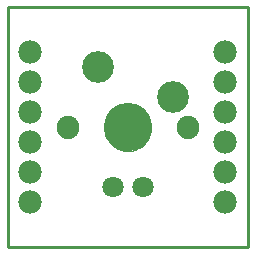
<source format=gbs>
G75*
G70*
%OFA0B0*%
%FSLAX24Y24*%
%IPPOS*%
%LPD*%
%AMOC8*
5,1,8,0,0,1.08239X$1,22.5*
%
%ADD10C,0.0100*%
%ADD11C,0.0710*%
%ADD12C,0.1060*%
%ADD13C,0.0000*%
%ADD14C,0.1610*%
%ADD15C,0.0750*%
%ADD16C,0.0780*%
D10*
X000813Y000736D02*
X000813Y008736D01*
X008813Y008736D01*
X008813Y000736D01*
X000813Y000736D01*
D11*
X004313Y002736D03*
X005313Y002736D03*
D12*
X006313Y005736D03*
X003813Y006736D03*
D13*
X002458Y004736D02*
X002460Y004773D01*
X002466Y004810D01*
X002475Y004846D01*
X002489Y004880D01*
X002506Y004913D01*
X002526Y004945D01*
X002549Y004974D01*
X002575Y005000D01*
X002604Y005023D01*
X002635Y005043D01*
X002669Y005060D01*
X002703Y005074D01*
X002739Y005083D01*
X002776Y005089D01*
X002813Y005091D01*
X002850Y005089D01*
X002887Y005083D01*
X002923Y005074D01*
X002957Y005060D01*
X002990Y005043D01*
X003022Y005023D01*
X003051Y005000D01*
X003077Y004974D01*
X003100Y004945D01*
X003120Y004914D01*
X003137Y004880D01*
X003151Y004846D01*
X003160Y004810D01*
X003166Y004773D01*
X003168Y004736D01*
X003166Y004699D01*
X003160Y004662D01*
X003151Y004626D01*
X003137Y004592D01*
X003120Y004559D01*
X003100Y004527D01*
X003077Y004498D01*
X003051Y004472D01*
X003022Y004449D01*
X002991Y004429D01*
X002957Y004412D01*
X002923Y004398D01*
X002887Y004389D01*
X002850Y004383D01*
X002813Y004381D01*
X002776Y004383D01*
X002739Y004389D01*
X002703Y004398D01*
X002669Y004412D01*
X002636Y004429D01*
X002604Y004449D01*
X002575Y004472D01*
X002549Y004498D01*
X002526Y004527D01*
X002506Y004558D01*
X002489Y004592D01*
X002475Y004626D01*
X002466Y004662D01*
X002460Y004699D01*
X002458Y004736D01*
X004028Y004736D02*
X004030Y004791D01*
X004036Y004846D01*
X004046Y004901D01*
X004059Y004955D01*
X004076Y005007D01*
X004097Y005059D01*
X004122Y005108D01*
X004150Y005156D01*
X004181Y005202D01*
X004216Y005245D01*
X004253Y005286D01*
X004293Y005324D01*
X004336Y005359D01*
X004381Y005392D01*
X004429Y005420D01*
X004478Y005446D01*
X004529Y005468D01*
X004581Y005486D01*
X004634Y005500D01*
X004689Y005511D01*
X004744Y005518D01*
X004799Y005521D01*
X004855Y005520D01*
X004910Y005515D01*
X004964Y005506D01*
X005018Y005494D01*
X005071Y005477D01*
X005123Y005457D01*
X005173Y005434D01*
X005221Y005406D01*
X005268Y005376D01*
X005312Y005342D01*
X005353Y005306D01*
X005392Y005266D01*
X005428Y005224D01*
X005461Y005179D01*
X005491Y005132D01*
X005517Y005084D01*
X005540Y005033D01*
X005559Y004981D01*
X005574Y004928D01*
X005586Y004874D01*
X005594Y004819D01*
X005598Y004764D01*
X005598Y004708D01*
X005594Y004653D01*
X005586Y004598D01*
X005574Y004544D01*
X005559Y004491D01*
X005540Y004439D01*
X005517Y004388D01*
X005491Y004340D01*
X005461Y004293D01*
X005428Y004248D01*
X005392Y004206D01*
X005353Y004166D01*
X005312Y004130D01*
X005268Y004096D01*
X005221Y004066D01*
X005173Y004038D01*
X005123Y004015D01*
X005071Y003995D01*
X005018Y003978D01*
X004964Y003966D01*
X004910Y003957D01*
X004855Y003952D01*
X004799Y003951D01*
X004744Y003954D01*
X004689Y003961D01*
X004634Y003972D01*
X004581Y003986D01*
X004529Y004004D01*
X004478Y004026D01*
X004429Y004052D01*
X004381Y004080D01*
X004336Y004113D01*
X004293Y004148D01*
X004253Y004186D01*
X004216Y004227D01*
X004181Y004270D01*
X004150Y004316D01*
X004122Y004364D01*
X004097Y004413D01*
X004076Y004465D01*
X004059Y004517D01*
X004046Y004571D01*
X004036Y004626D01*
X004030Y004681D01*
X004028Y004736D01*
X006458Y004736D02*
X006460Y004773D01*
X006466Y004810D01*
X006475Y004846D01*
X006489Y004880D01*
X006506Y004913D01*
X006526Y004945D01*
X006549Y004974D01*
X006575Y005000D01*
X006604Y005023D01*
X006635Y005043D01*
X006669Y005060D01*
X006703Y005074D01*
X006739Y005083D01*
X006776Y005089D01*
X006813Y005091D01*
X006850Y005089D01*
X006887Y005083D01*
X006923Y005074D01*
X006957Y005060D01*
X006990Y005043D01*
X007022Y005023D01*
X007051Y005000D01*
X007077Y004974D01*
X007100Y004945D01*
X007120Y004914D01*
X007137Y004880D01*
X007151Y004846D01*
X007160Y004810D01*
X007166Y004773D01*
X007168Y004736D01*
X007166Y004699D01*
X007160Y004662D01*
X007151Y004626D01*
X007137Y004592D01*
X007120Y004559D01*
X007100Y004527D01*
X007077Y004498D01*
X007051Y004472D01*
X007022Y004449D01*
X006991Y004429D01*
X006957Y004412D01*
X006923Y004398D01*
X006887Y004389D01*
X006850Y004383D01*
X006813Y004381D01*
X006776Y004383D01*
X006739Y004389D01*
X006703Y004398D01*
X006669Y004412D01*
X006636Y004429D01*
X006604Y004449D01*
X006575Y004472D01*
X006549Y004498D01*
X006526Y004527D01*
X006506Y004558D01*
X006489Y004592D01*
X006475Y004626D01*
X006466Y004662D01*
X006460Y004699D01*
X006458Y004736D01*
D14*
X004813Y004736D03*
D15*
X002813Y004736D03*
X006813Y004736D03*
D16*
X008063Y004236D03*
X008063Y003236D03*
X008063Y002236D03*
X008063Y005236D03*
X008063Y006236D03*
X008063Y007236D03*
X001563Y007236D03*
X001563Y006236D03*
X001563Y005236D03*
X001563Y004236D03*
X001563Y003236D03*
X001563Y002236D03*
M02*

</source>
